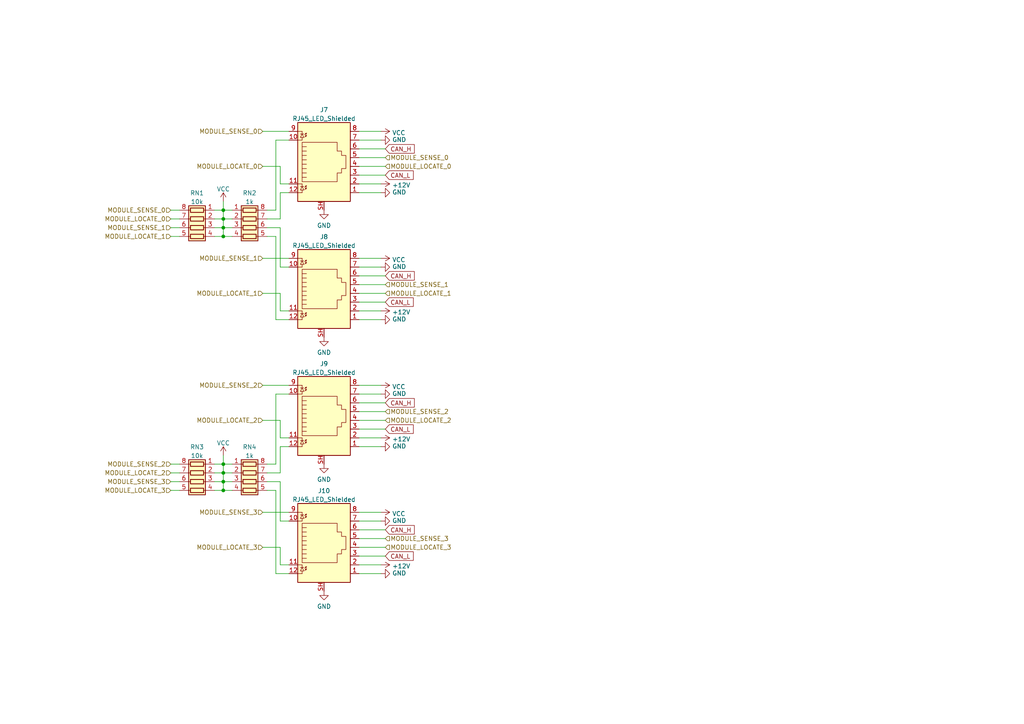
<source format=kicad_sch>
(kicad_sch (version 20211123) (generator eeschema)
  (paper "A4")
  (title_block (date "2022-08-10") (rev "v3.0"))
  (lib_symbols
    (symbol "Connector:RJ45_LED_Shielded" (pin_names (offset 1.016))
      (property "Reference" "J" (at -5.08 13.97 0))
      (property "Value" "RJ45_LED_Shielded" (at 1.27 13.97 0))
      (symbol "RJ45_LED_Shielded_0_1"
        (polyline (pts (xy -7.62 -7.62) (xy -6.35 -7.62)))
        (polyline (pts (xy -7.62 -5.08) (xy -6.35 -5.08)))
        (polyline (pts (xy -7.62 7.62) (xy -6.35 7.62)))
        (polyline (pts (xy -7.62 10.16) (xy -6.35 10.16)))
        (polyline (pts (xy -6.858 -5.842) (xy -5.842 -5.842)))
        (polyline (pts (xy -6.858 9.398) (xy -5.842 9.398)))
        (polyline (pts (xy -6.35 -7.62) (xy -6.35 -6.858)))
        (polyline (pts (xy -6.35 -5.08) (xy -6.35 -5.842)))
        (polyline (pts (xy -6.35 7.62) (xy -6.35 8.382)))
        (polyline (pts (xy -6.35 10.16) (xy -6.35 9.398)))
        (polyline (pts (xy -5.08 -6.223) (xy -5.207 -6.604)))
        (polyline (pts (xy -5.08 -5.588) (xy -5.207 -5.969)))
        (polyline (pts (xy -5.08 4.445) (xy -6.35 4.445)))
        (polyline (pts (xy -5.08 5.715) (xy -6.35 5.715)))
        (polyline (pts (xy -5.08 9.017) (xy -5.207 8.636)))
        (polyline (pts (xy -5.08 9.652) (xy -5.207 9.271)))
        (polyline (pts (xy -6.35 -3.175) (xy -5.08 -3.175) (xy -5.08 -3.175)))
        (polyline (pts (xy -6.35 -1.905) (xy -5.08 -1.905) (xy -5.08 -1.905)))
        (polyline (pts (xy -6.35 -0.635) (xy -5.08 -0.635) (xy -5.08 -0.635)))
        (polyline (pts (xy -6.35 0.635) (xy -5.08 0.635) (xy -5.08 0.635)))
        (polyline (pts (xy -6.35 1.905) (xy -5.08 1.905) (xy -5.08 1.905)))
        (polyline (pts (xy -5.588 -6.731) (xy -5.08 -6.223) (xy -5.461 -6.35)))
        (polyline (pts (xy -5.588 -6.096) (xy -5.08 -5.588) (xy -5.461 -5.715)))
        (polyline (pts (xy -5.588 8.509) (xy -5.08 9.017) (xy -5.461 8.89)))
        (polyline (pts (xy -5.588 9.144) (xy -5.08 9.652) (xy -5.461 9.525)))
        (polyline (pts (xy -5.08 3.175) (xy -6.35 3.175) (xy -6.35 3.175)))
        (polyline (pts (xy -6.35 -5.842) (xy -6.858 -6.858) (xy -5.842 -6.858) (xy -6.35 -5.842)))
        (polyline (pts (xy -6.35 9.398) (xy -6.858 8.382) (xy -5.842 8.382) (xy -6.35 9.398)))
        (polyline (pts (xy -6.35 -4.445) (xy -6.35 6.985) (xy 3.81 6.985) (xy 3.81 4.445) (xy 5.08 4.445) (xy 5.08 3.175) (xy 6.35 3.175) (xy 6.35 -0.635) (xy 5.08 -0.635) (xy 5.08 -1.905) (xy 3.81 -1.905) (xy 3.81 -4.445) (xy -6.35 -4.445) (xy -6.35 -4.445)))
        (rectangle (start 7.62 12.7) (end -7.62 -10.16) (stroke (width 0.254)) (fill (type background)))
      )
      (symbol "RJ45_LED_Shielded_1_1"
        (pin passive line (at 10.16 -7.62 180) (length 2.54) (name "~") (number "1"))
        (pin passive line (at -10.16 7.62 0) (length 2.54) (name "~") (number "10"))
        (pin passive line (at -10.16 -5.08 0) (length 2.54) (name "~") (number "11"))
        (pin passive line (at -10.16 -7.62 0) (length 2.54) (name "~") (number "12"))
        (pin passive line (at 10.16 -5.08 180) (length 2.54) (name "~") (number "2"))
        (pin passive line (at 10.16 -2.54 180) (length 2.54) (name "~") (number "3"))
        (pin passive line (at 10.16 0 180) (length 2.54) (name "~") (number "4"))
        (pin passive line (at 10.16 2.54 180) (length 2.54) (name "~") (number "5"))
        (pin passive line (at 10.16 5.08 180) (length 2.54) (name "~") (number "6"))
        (pin passive line (at 10.16 7.62 180) (length 2.54) (name "~") (number "7"))
        (pin passive line (at 10.16 10.16 180) (length 2.54) (name "~") (number "8"))
        (pin passive line (at -10.16 10.16 0) (length 2.54) (name "~") (number "9"))
        (pin passive line (at 0 -12.7 90) (length 2.54) (name "~") (number "SH"))
      )
    )
    (symbol "Device:R_Pack04" (pin_names (offset 0) hide)
      (property "Reference" "RN" (at -7.62 0 90))
      (property "Value" "R_Pack04" (at 5.08 0 90))
      (symbol "R_Pack04_0_1"
        (rectangle (start -6.35 -2.413) (end 3.81 2.413) (stroke (width 0.254)) (fill (type background)))
        (rectangle (start -5.715 1.905) (end -4.445 -1.905) (stroke (width 0.254)))
        (rectangle (start -3.175 1.905) (end -1.905 -1.905) (stroke (width 0.254)))
        (rectangle (start -0.635 1.905) (end 0.635 -1.905) (stroke (width 0.254)))
        (polyline (pts (xy -5.08 -2.54) (xy -5.08 -1.905)))
        (polyline (pts (xy -5.08 1.905) (xy -5.08 2.54)))
        (polyline (pts (xy -2.54 -2.54) (xy -2.54 -1.905)))
        (polyline (pts (xy -2.54 1.905) (xy -2.54 2.54)))
        (polyline (pts (xy 0 -2.54) (xy 0 -1.905)))
        (polyline (pts (xy 0 1.905) (xy 0 2.54)))
        (polyline (pts (xy 2.54 -2.54) (xy 2.54 -1.905)))
        (polyline (pts (xy 2.54 1.905) (xy 2.54 2.54)))
        (rectangle (start 1.905 1.905) (end 3.175 -1.905) (stroke (width 0.254)))
      )
      (symbol "R_Pack04_1_1"
        (pin passive line (at -5.08 -5.08 90) (length 2.54) (name "R1.1") (number "1"))
        (pin passive line (at -2.54 -5.08 90) (length 2.54) (name "R2.1") (number "2"))
        (pin passive line (at 0 -5.08 90) (length 2.54) (name "R3.1") (number "3"))
        (pin passive line (at 2.54 -5.08 90) (length 2.54) (name "R4.1") (number "4"))
        (pin passive line (at 2.54 5.08 270) (length 2.54) (name "R4.2") (number "5"))
        (pin passive line (at 0 5.08 270) (length 2.54) (name "R3.2") (number "6"))
        (pin passive line (at -2.54 5.08 270) (length 2.54) (name "R2.2") (number "7"))
        (pin passive line (at -5.08 5.08 270) (length 2.54) (name "R1.2") (number "8"))
      )
    )
    (symbol "power:+12V" (power) (pin_names (offset 0))
      (property "Value" "+12V" (at 0 3.556 0))
      (symbol "+12V_0_1"
        (polyline (pts (xy -0.762 1.27) (xy 0 2.54)))
        (polyline (pts (xy 0 0) (xy 0 2.54)))
        (polyline (pts (xy 0 2.54) (xy 0.762 1.27)))
      )
      (symbol "+12V_1_1"
        (pin power_in line (at 0 0 90) (length 0) hide (name "+12V") (number "1"))
      )
    )
    (symbol "power:GND" (power) (pin_names (offset 0))
      (property "Value" "GND" (at 0 -3.81 0))
      (symbol "GND_0_1"
        (polyline (pts (xy 0 0) (xy 0 -1.27) (xy 1.27 -1.27) (xy 0 -2.54) (xy -1.27 -1.27) (xy 0 -1.27)))
      )
      (symbol "GND_1_1"
        (pin power_in line (at 0 0 270) (length 0) hide (name "GND") (number "1"))
      )
    )
    (symbol "power:VCC" (power) (pin_names (offset 0))
      (property "Value" "VCC" (at 0 3.81 0))
      (symbol "VCC_0_1"
        (polyline (pts (xy -0.762 1.27) (xy 0 2.54)))
        (polyline (pts (xy 0 0) (xy 0 2.54)))
        (polyline (pts (xy 0 2.54) (xy 0.762 1.27)))
      )
      (symbol "VCC_1_1"
        (pin power_in line (at 0 0 90) (length 0) hide (name "VCC") (number "1"))
      )
    )
  )
  (junction (at 64.77 68.58))
  (junction (at 64.77 60.96))
  (junction (at 64.77 66.04))
  (junction (at 64.77 63.5))
  (junction (at 64.77 137.16))
  (junction (at 64.77 134.62))
  (junction (at 64.77 139.7))
  (junction (at 64.77 142.24))
  (wire (pts (xy 104.14 119.38) (xy 111.76 119.38)))
  (wire (pts (xy 104.14 129.54) (xy 110.49 129.54)))
  (wire (pts (xy 104.14 156.21) (xy 111.76 156.21)))
  (wire (pts (xy 81.28 151.13) (xy 83.82 151.13)))
  (wire (pts (xy 111.76 85.09) (xy 104.14 85.09)))
  (wire (pts (xy 77.47 142.24) (xy 80.01 142.24)))
  (wire (pts (xy 81.28 85.09) (xy 81.28 90.17)))
  (wire (pts (xy 81.28 158.75) (xy 81.28 163.83)))
  (wire (pts (xy 104.14 163.83) (xy 110.49 163.83)))
  (wire (pts (xy 81.28 163.83) (xy 83.82 163.83)))
  (wire (pts (xy 67.31 142.24) (xy 64.77 142.24)))
  (wire (pts (xy 104.14 161.29) (xy 111.76 161.29)))
  (wire (pts (xy 49.53 66.04) (xy 52.07 66.04)))
  (wire (pts (xy 64.77 58.42) (xy 64.77 60.96)))
  (wire (pts (xy 104.14 124.46) (xy 111.76 124.46)))
  (wire (pts (xy 81.28 53.34) (xy 83.82 53.34)))
  (wire (pts (xy 104.14 87.63) (xy 111.76 87.63)))
  (wire (pts (xy 104.14 45.72) (xy 111.76 45.72)))
  (wire (pts (xy 104.14 38.1) (xy 110.49 38.1)))
  (wire (pts (xy 76.2 48.26) (xy 81.28 48.26)))
  (wire (pts (xy 81.28 137.16) (xy 81.28 129.54)))
  (wire (pts (xy 104.14 55.88) (xy 110.49 55.88)))
  (wire (pts (xy 62.23 142.24) (xy 64.77 142.24)))
  (wire (pts (xy 81.28 55.88) (xy 83.82 55.88)))
  (wire (pts (xy 76.2 85.09) (xy 81.28 85.09)))
  (wire (pts (xy 80.01 114.3) (xy 83.82 114.3)))
  (wire (pts (xy 76.2 158.75) (xy 81.28 158.75)))
  (wire (pts (xy 64.77 68.58) (xy 64.77 66.04)))
  (wire (pts (xy 80.01 142.24) (xy 80.01 166.37)))
  (wire (pts (xy 80.01 40.64) (xy 83.82 40.64)))
  (wire (pts (xy 81.28 121.92) (xy 81.28 127)))
  (wire (pts (xy 49.53 142.24) (xy 52.07 142.24)))
  (wire (pts (xy 62.23 139.7) (xy 64.77 139.7)))
  (wire (pts (xy 77.47 60.96) (xy 80.01 60.96)))
  (wire (pts (xy 77.47 134.62) (xy 80.01 134.62)))
  (wire (pts (xy 104.14 40.64) (xy 110.49 40.64)))
  (wire (pts (xy 62.23 68.58) (xy 64.77 68.58)))
  (wire (pts (xy 49.53 63.5) (xy 52.07 63.5)))
  (wire (pts (xy 81.28 139.7) (xy 81.28 151.13)))
  (wire (pts (xy 77.47 66.04) (xy 81.28 66.04)))
  (wire (pts (xy 64.77 60.96) (xy 67.31 60.96)))
  (wire (pts (xy 81.28 77.47) (xy 83.82 77.47)))
  (wire (pts (xy 81.28 90.17) (xy 83.82 90.17)))
  (wire (pts (xy 77.47 68.58) (xy 80.01 68.58)))
  (wire (pts (xy 80.01 92.71) (xy 83.82 92.71)))
  (wire (pts (xy 64.77 63.5) (xy 64.77 66.04)))
  (wire (pts (xy 104.14 80.01) (xy 111.76 80.01)))
  (wire (pts (xy 64.77 132.08) (xy 64.77 134.62)))
  (wire (pts (xy 77.47 63.5) (xy 81.28 63.5)))
  (wire (pts (xy 104.14 82.55) (xy 111.76 82.55)))
  (wire (pts (xy 76.2 74.93) (xy 83.82 74.93)))
  (wire (pts (xy 104.14 116.84) (xy 111.76 116.84)))
  (wire (pts (xy 64.77 134.62) (xy 67.31 134.62)))
  (wire (pts (xy 81.28 63.5) (xy 81.28 55.88)))
  (wire (pts (xy 62.23 134.62) (xy 64.77 134.62)))
  (wire (pts (xy 104.14 114.3) (xy 110.49 114.3)))
  (wire (pts (xy 104.14 166.37) (xy 110.49 166.37)))
  (wire (pts (xy 104.14 43.18) (xy 111.76 43.18)))
  (wire (pts (xy 104.14 121.92) (xy 111.76 121.92)))
  (wire (pts (xy 104.14 74.93) (xy 110.49 74.93)))
  (wire (pts (xy 81.28 66.04) (xy 81.28 77.47)))
  (wire (pts (xy 62.23 137.16) (xy 64.77 137.16)))
  (wire (pts (xy 104.14 127) (xy 110.49 127)))
  (wire (pts (xy 80.01 60.96) (xy 80.01 40.64)))
  (wire (pts (xy 62.23 66.04) (xy 64.77 66.04)))
  (wire (pts (xy 64.77 63.5) (xy 67.31 63.5)))
  (wire (pts (xy 111.76 158.75) (xy 104.14 158.75)))
  (wire (pts (xy 77.47 137.16) (xy 81.28 137.16)))
  (wire (pts (xy 111.76 48.26) (xy 104.14 48.26)))
  (wire (pts (xy 64.77 137.16) (xy 64.77 139.7)))
  (wire (pts (xy 104.14 53.34) (xy 110.49 53.34)))
  (wire (pts (xy 104.14 77.47) (xy 110.49 77.47)))
  (wire (pts (xy 64.77 142.24) (xy 64.77 139.7)))
  (wire (pts (xy 49.53 68.58) (xy 52.07 68.58)))
  (wire (pts (xy 104.14 90.17) (xy 110.49 90.17)))
  (wire (pts (xy 81.28 127) (xy 83.82 127)))
  (wire (pts (xy 80.01 166.37) (xy 83.82 166.37)))
  (wire (pts (xy 104.14 151.13) (xy 110.49 151.13)))
  (wire (pts (xy 77.47 139.7) (xy 81.28 139.7)))
  (wire (pts (xy 64.77 139.7) (xy 67.31 139.7)))
  (wire (pts (xy 62.23 63.5) (xy 64.77 63.5)))
  (wire (pts (xy 64.77 66.04) (xy 67.31 66.04)))
  (wire (pts (xy 104.14 148.59) (xy 110.49 148.59)))
  (wire (pts (xy 64.77 137.16) (xy 67.31 137.16)))
  (wire (pts (xy 80.01 68.58) (xy 80.01 92.71)))
  (wire (pts (xy 76.2 121.92) (xy 81.28 121.92)))
  (wire (pts (xy 76.2 38.1) (xy 83.82 38.1)))
  (wire (pts (xy 67.31 68.58) (xy 64.77 68.58)))
  (wire (pts (xy 49.53 60.96) (xy 52.07 60.96)))
  (wire (pts (xy 76.2 148.59) (xy 83.82 148.59)))
  (wire (pts (xy 64.77 60.96) (xy 64.77 63.5)))
  (wire (pts (xy 49.53 137.16) (xy 52.07 137.16)))
  (wire (pts (xy 104.14 111.76) (xy 110.49 111.76)))
  (wire (pts (xy 64.77 134.62) (xy 64.77 137.16)))
  (wire (pts (xy 104.14 50.8) (xy 111.76 50.8)))
  (wire (pts (xy 104.14 153.67) (xy 111.76 153.67)))
  (wire (pts (xy 80.01 134.62) (xy 80.01 114.3)))
  (wire (pts (xy 49.53 134.62) (xy 52.07 134.62)))
  (wire (pts (xy 62.23 60.96) (xy 64.77 60.96)))
  (wire (pts (xy 49.53 139.7) (xy 52.07 139.7)))
  (wire (pts (xy 104.14 92.71) (xy 110.49 92.71)))
  (wire (pts (xy 81.28 48.26) (xy 81.28 53.34)))
  (wire (pts (xy 76.2 111.76) (xy 83.82 111.76)))
  (wire (pts (xy 81.28 129.54) (xy 83.82 129.54)))
  (global_label "CAN_L" (shape input) (at 111.76 161.29 0) (property "Intersheet References" "${INTERSHEET_REFS}" (effects hide)))
  (global_label "CAN_L" (shape input) (at 111.76 87.63 0) (property "Intersheet References" "${INTERSHEET_REFS}" (effects hide)))
  (global_label "CAN_H" (shape input) (at 111.76 116.84 0) (property "Intersheet References" "${INTERSHEET_REFS}" (effects hide)))
  (global_label "CAN_L" (shape input) (at 111.76 124.46 0) (property "Intersheet References" "${INTERSHEET_REFS}" (effects hide)))
  (global_label "CAN_H" (shape input) (at 111.76 80.01 0) (property "Intersheet References" "${INTERSHEET_REFS}" (effects hide)))
  (global_label "CAN_H" (shape input) (at 111.76 153.67 0) (property "Intersheet References" "${INTERSHEET_REFS}" (effects hide)))
  (global_label "CAN_L" (shape input) (at 111.76 50.8 0) (property "Intersheet References" "${INTERSHEET_REFS}" (effects hide)))
  (global_label "CAN_H" (shape input) (at 111.76 43.18 0) (property "Intersheet References" "${INTERSHEET_REFS}" (effects hide)))
  (hierarchical_label "MODULE_LOCATE_1" (shape input) (at 49.53 68.58 180))
  (hierarchical_label "MODULE_SENSE_3" (shape input) (at 76.2 148.59 180))
  (hierarchical_label "MODULE_LOCATE_3" (shape input) (at 111.76 158.75 0))
  (hierarchical_label "MODULE_SENSE_0" (shape input) (at 111.76 45.72 0))
  (hierarchical_label "MODULE_LOCATE_2" (shape input) (at 76.2 121.92 180))
  (hierarchical_label "MODULE_SENSE_2" (shape input) (at 76.2 111.76 180))
  (hierarchical_label "MODULE_SENSE_3" (shape input) (at 111.76 156.21 0))
  (hierarchical_label "MODULE_LOCATE_2" (shape input) (at 49.53 137.16 180))
  (hierarchical_label "MODULE_LOCATE_1" (shape input) (at 111.76 85.09 0))
  (hierarchical_label "MODULE_LOCATE_3" (shape input) (at 76.2 158.75 180))
  (hierarchical_label "MODULE_SENSE_3" (shape input) (at 49.53 139.7 180))
  (hierarchical_label "MODULE_LOCATE_3" (shape input) (at 49.53 142.24 180))
  (hierarchical_label "MODULE_LOCATE_0" (shape input) (at 76.2 48.26 180))
  (hierarchical_label "MODULE_SENSE_1" (shape input) (at 76.2 74.93 180))
  (hierarchical_label "MODULE_SENSE_0" (shape input) (at 49.53 60.96 180))
  (hierarchical_label "MODULE_SENSE_1" (shape input) (at 111.76 82.55 0))
  (hierarchical_label "MODULE_LOCATE_2" (shape input) (at 111.76 121.92 0))
  (hierarchical_label "MODULE_SENSE_1" (shape input) (at 49.53 66.04 180))
  (hierarchical_label "MODULE_LOCATE_0" (shape input) (at 111.76 48.26 0))
  (hierarchical_label "MODULE_SENSE_2" (shape input) (at 111.76 119.38 0))
  (hierarchical_label "MODULE_LOCATE_1" (shape input) (at 76.2 85.09 180))
  (hierarchical_label "MODULE_SENSE_2" (shape input) (at 49.53 134.62 180))
  (hierarchical_label "MODULE_LOCATE_0" (shape input) (at 49.53 63.5 180))
  (hierarchical_label "MODULE_SENSE_0" (shape input) (at 76.2 38.1 180))
  (symbol (lib_id "power:GND") (at 110.49 40.64 90) (unit 1)
    (property "Reference" "#PWR077" (effects hide))
    (property "Value" "GND" (at 113.7412 40.513 90) (effects (justify right)))
  )
  (symbol (lib_id "power:GND") (at 110.49 151.13 90) (unit 1)
    (property "Reference" "#PWR094" (effects hide))
    (property "Value" "GND" (at 113.7412 151.003 90) (effects (justify right)))
  )
  (symbol (lib_id "power:+12V") (at 110.49 90.17 270) (unit 1)
    (property "Reference" "#PWR084" (effects hide))
    (property "Value" "+12V" (at 113.7412 90.551 90) (effects (justify left)))
  )
  (symbol (lib_id "power:GND") (at 110.49 114.3 90) (unit 1)
    (property "Reference" "#PWR088" (effects hide))
    (property "Value" "GND" (at 113.7412 114.173 90) (effects (justify right)))
  )
  (symbol (lib_id "power:VCC") (at 110.49 74.93 270) (unit 1)
    (property "Reference" "#PWR082" (effects hide))
    (property "Value" "VCC" (at 113.7412 75.3618 90) (effects (justify left)))
  )
  (symbol (lib_id "power:GND") (at 93.98 171.45 0) (unit 1)
    (property "Reference" "#PWR097" (effects hide))
    (property "Value" "GND" (at 93.98 175.8934 0))
  )
  (symbol (lib_id "power:VCC") (at 110.49 148.59 270) (unit 1)
    (property "Reference" "#PWR093" (effects hide))
    (property "Value" "VCC" (at 113.7412 149.0218 90) (effects (justify left)))
  )
  (symbol (lib_id "Device:R_Pack04") (at 72.39 139.7 270) (unit 1)
    (property "Reference" "RN4" (at 72.39 129.6502 90))
    (property "Value" "1k" (at 72.39 132.1871 90))
    (property "Footprint" "Resistor_SMD_AKL:R_Array_Convex_4x0603" (effects hide))
  )
  (symbol (lib_id "power:+12V") (at 110.49 53.34 270) (unit 1)
    (property "Reference" "#PWR078" (effects hide))
    (property "Value" "+12V" (at 113.7412 53.721 90) (effects (justify left)))
  )
  (symbol (lib_id "power:VCC") (at 64.77 58.42 0) (unit 1)
    (property "Reference" "#PWR080" (effects hide))
    (property "Value" "VCC" (at 64.77 54.8442 0))
  )
  (symbol (lib_id "power:VCC") (at 110.49 111.76 270) (unit 1)
    (property "Reference" "#PWR087" (effects hide))
    (property "Value" "VCC" (at 113.7412 112.1918 90) (effects (justify left)))
  )
  (symbol (lib_id "power:GND") (at 110.49 129.54 90) (unit 1)
    (property "Reference" "#PWR090" (effects hide))
    (property "Value" "GND" (at 113.7412 129.413 90) (effects (justify right)))
  )
  (symbol (lib_id "power:GND") (at 110.49 77.47 90) (unit 1)
    (property "Reference" "#PWR083" (effects hide))
    (property "Value" "GND" (at 113.7412 77.343 90) (effects (justify right)))
  )
  (symbol (lib_id "Device:R_Pack04") (at 72.39 66.04 270) (unit 1)
    (property "Reference" "RN2" (at 72.39 55.9902 90))
    (property "Value" "1k" (at 72.39 58.5271 90))
    (property "Footprint" "Resistor_SMD_AKL:R_Array_Convex_4x0603" (effects hide))
  )
  (symbol (lib_id "Connector:RJ45_LED_Shielded") (at 93.98 158.75 0) (unit 1)
    (property "Reference" "J10" (at 93.98 142.3502 0))
    (property "Value" "RJ45_LED_Shielded" (at 93.98 144.8871 0))
    (property "Footprint" "project:RJ45_RCH5242CB" (effects hide))
  )
  (symbol (lib_id "power:VCC") (at 64.77 132.08 0) (unit 1)
    (property "Reference" "#PWR091" (effects hide))
    (property "Value" "VCC" (at 64.77 128.5042 0))
  )
  (symbol (lib_id "power:GND") (at 110.49 92.71 90) (unit 1)
    (property "Reference" "#PWR085" (effects hide))
    (property "Value" "GND" (at 113.7412 92.583 90) (effects (justify right)))
  )
  (symbol (lib_id "power:+12V") (at 110.49 163.83 270) (unit 1)
    (property "Reference" "#PWR095" (effects hide))
    (property "Value" "+12V" (at 113.7412 164.211 90) (effects (justify left)))
  )
  (symbol (lib_id "Device:R_Pack04") (at 57.15 139.7 90) (mirror x) (unit 1)
    (property "Reference" "RN3" (at 57.15 129.6502 90))
    (property "Value" "10k" (at 57.15 132.1871 90))
    (property "Footprint" "Resistor_SMD_AKL:R_Array_Convex_4x0603" (effects hide))
  )
  (symbol (lib_id "power:+12V") (at 110.49 127 270) (unit 1)
    (property "Reference" "#PWR089" (effects hide))
    (property "Value" "+12V" (at 113.7412 127.381 90) (effects (justify left)))
  )
  (symbol (lib_id "Device:R_Pack04") (at 57.15 66.04 90) (mirror x) (unit 1)
    (property "Reference" "RN1" (at 57.15 55.9902 90))
    (property "Value" "10k" (at 57.15 58.5271 90))
    (property "Footprint" "Resistor_SMD_AKL:R_Array_Convex_4x0603" (effects hide))
  )
  (symbol (lib_id "Connector:RJ45_LED_Shielded") (at 93.98 85.09 0) (unit 1)
    (property "Reference" "J8" (at 93.98 68.6902 0))
    (property "Value" "RJ45_LED_Shielded" (at 93.98 71.2271 0))
    (property "Footprint" "project:RJ45_RCH5242CB" (effects hide))
  )
  (symbol (lib_id "Connector:RJ45_LED_Shielded") (at 93.98 48.26 0) (unit 1)
    (property "Reference" "J7" (at 93.98 31.8602 0))
    (property "Value" "RJ45_LED_Shielded" (at 93.98 34.3971 0))
    (property "Footprint" "project:RJ45_RCH5242CB" (effects hide))
  )
  (symbol (lib_id "power:GND") (at 93.98 60.96 0) (unit 1)
    (property "Reference" "#PWR081" (effects hide))
    (property "Value" "GND" (at 93.98 65.4034 0))
  )
  (symbol (lib_id "power:VCC") (at 110.49 38.1 270) (unit 1)
    (property "Reference" "#PWR076" (effects hide))
    (property "Value" "VCC" (at 113.7412 38.5318 90) (effects (justify left)))
  )
  (symbol (lib_id "power:GND") (at 110.49 166.37 90) (unit 1)
    (property "Reference" "#PWR096" (effects hide))
    (property "Value" "GND" (at 113.7412 166.243 90) (effects (justify right)))
  )
  (symbol (lib_id "Connector:RJ45_LED_Shielded") (at 93.98 121.92 0) (unit 1)
    (property "Reference" "J9" (at 93.98 105.5202 0))
    (property "Value" "RJ45_LED_Shielded" (at 93.98 108.0571 0))
    (property "Footprint" "project:RJ45_RCH5242CB" (effects hide))
  )
  (symbol (lib_id "power:GND") (at 110.49 55.88 90) (unit 1)
    (property "Reference" "#PWR079" (effects hide))
    (property "Value" "GND" (at 113.7412 55.753 90) (effects (justify right)))
  )
  (symbol (lib_id "power:GND") (at 93.98 134.62 0) (unit 1)
    (property "Reference" "#PWR092" (effects hide))
    (property "Value" "GND" (at 93.98 139.0634 0))
  )
  (symbol (lib_id "power:GND") (at 93.98 97.79 0) (unit 1)
    (property "Reference" "#PWR086" (effects hide))
    (property "Value" "GND" (at 93.98 102.2334 0))
  )
)
</source>
